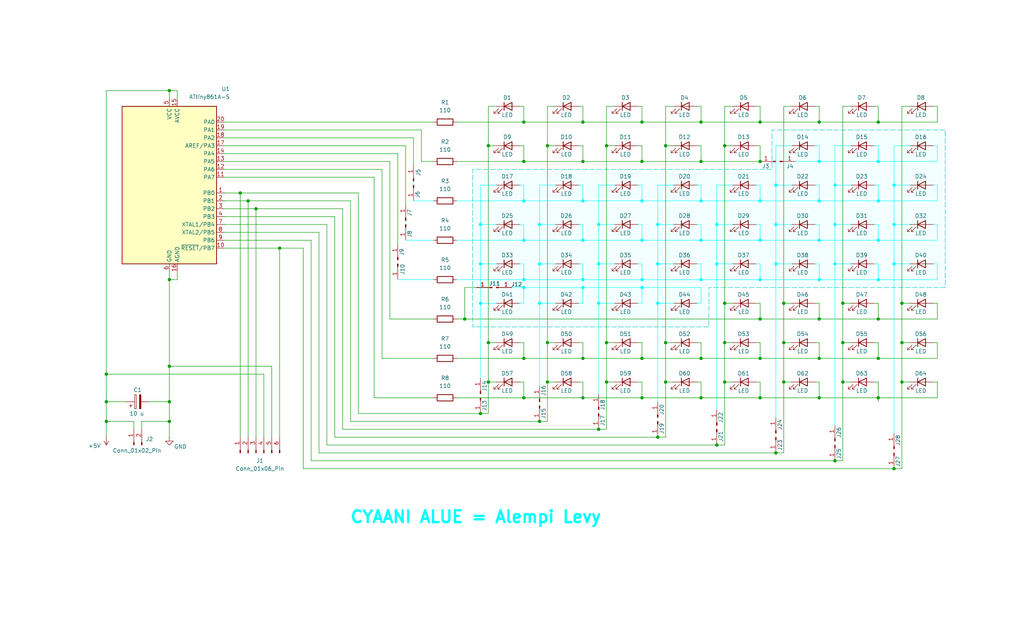
<source format=kicad_sch>
(kicad_sch (version 20250114) (generator "eeschema") (generator_version "9.0")
  (paper "User" 330.2 203.2)
  (title_block (title "Salama-64") (date "2026-02-12") (company "ELEKTRONIIKKAKERHO") (comment 1 "Jan Äärelä") (comment 2 "Possumerkistä 64 ledinen versio ja siitä sitten selkäsalamaksi"))
  (text "CYAANI ALUE = Alempi Levy" (at 153.416 166.878 0) (effects (font (size 3.81 3.81) (thickness 0.762) (bold yes))))
  (junction (at 187.96 128.27))
  (junction (at 290.83 97.79))
  (junction (at 269.24 59.69) (color 0 255 255 1))
  (junction (at 207.01 77.47) (color 0 255 255 1))
  (junction (at 207.01 52.07))
  (junction (at 193.04 72.39) (color 0 255 255 1))
  (junction (at 226.06 128.27))
  (junction (at 157.48 123.19))
  (junction (at 168.91 52.07))
  (junction (at 226.06 64.77) (color 0 255 255 1))
  (junction (at 82.55 67.31))
  (junction (at 212.09 72.39) (color 0 255 255 1))
  (junction (at 193.04 138.43))
  (junction (at 54.61 90.17))
  (junction (at 252.73 110.49))
  (junction (at 283.21 64.77) (color 0 255 255 1))
  (junction (at 264.16 77.47) (color 0 255 255 1))
  (junction (at 269.24 148.59))
  (junction (at 264.16 115.57))
  (junction (at 245.11 128.27))
  (junction (at 226.06 115.57))
  (junction (at 233.68 97.79))
  (junction (at 154.94 85.09) (color 0 255 255 1))
  (junction (at 271.78 97.79))
  (junction (at 264.16 90.17) (color 0 255 255 1))
  (junction (at 173.99 97.79) (color 0 255 255 1))
  (junction (at 250.19 146.05))
  (junction (at 187.96 39.37))
  (junction (at 283.21 128.27))
  (junction (at 212.09 85.09) (color 0 255 255 1))
  (junction (at 226.06 90.17) (color 0 255 255 1))
  (junction (at 264.16 39.37))
  (junction (at 187.96 64.77) (color 0 255 255 1))
  (junction (at 283.21 115.57))
  (junction (at 290.83 123.19))
  (junction (at 207.01 90.17) (color 0 255 255 1))
  (junction (at 231.14 85.09) (color 0 255 255 1))
  (junction (at 187.96 115.57))
  (junction (at 207.01 115.57))
  (junction (at 195.58 123.19))
  (junction (at 173.99 135.89))
  (junction (at 226.06 77.47) (color 0 255 255 1))
  (junction (at 214.63 110.49))
  (junction (at 34.29 135.89))
  (junction (at 283.21 90.17) (color 0 255 255 1))
  (junction (at 231.14 143.51))
  (junction (at 245.11 64.77) (color 0 255 255 1))
  (junction (at 195.58 46.99))
  (junction (at 168.91 64.77) (color 0 255 255 1))
  (junction (at 187.96 77.47) (color 0 255 255 1))
  (junction (at 264.16 128.27))
  (junction (at 168.91 39.37))
  (junction (at 283.21 39.37))
  (junction (at 214.63 46.99))
  (junction (at 34.29 129.54))
  (junction (at 245.11 52.07))
  (junction (at 193.04 97.79) (color 0 255 255 1))
  (junction (at 80.01 64.77))
  (junction (at 207.01 39.37))
  (junction (at 269.24 85.09) (color 0 255 255 1))
  (junction (at 288.29 72.39) (color 0 255 255 1))
  (junction (at 271.78 123.19))
  (junction (at 212.09 97.79) (color 0 255 255 1))
  (junction (at 154.94 97.79) (color 0 255 255 1))
  (junction (at 54.61 29.21))
  (junction (at 212.09 140.97))
  (junction (at 187.96 92.71) (color 0 255 255 1))
  (junction (at 264.16 102.87))
  (junction (at 245.11 77.47) (color 0 255 255 1))
  (junction (at 233.68 123.19))
  (junction (at 168.91 128.27))
  (junction (at 34.29 120.65))
  (junction (at 207.01 92.71) (color 0 255 255 1))
  (junction (at 245.11 39.37))
  (junction (at 173.99 72.39) (color 0 255 255 1))
  (junction (at 207.01 128.27))
  (junction (at 168.91 115.57))
  (junction (at 233.68 110.49))
  (junction (at 54.61 118.11))
  (junction (at 77.47 62.23))
  (junction (at 168.91 77.47) (color 0 255 255 1))
  (junction (at 250.19 72.39) (color 0 255 255 1))
  (junction (at 195.58 110.49))
  (junction (at 290.83 110.49))
  (junction (at 214.63 123.19))
  (junction (at 187.96 52.07))
  (junction (at 187.96 90.17) (color 0 255 255 1))
  (junction (at 269.24 72.39) (color 0 255 255 1))
  (junction (at 283.21 77.47) (color 0 255 255 1))
  (junction (at 157.48 46.99))
  (junction (at 54.61 129.54))
  (junction (at 168.91 90.17) (color 0 255 255 1))
  (junction (at 271.78 110.49))
  (junction (at 245.11 102.87))
  (junction (at 154.94 72.39) (color 0 255 255 1))
  (junction (at 207.01 64.77) (color 0 255 255 1))
  (junction (at 168.91 92.71) (color 0 255 255 1))
  (junction (at 193.04 85.09) (color 0 255 255 1))
  (junction (at 264.16 52.07) (color 0 255 255 1))
  (junction (at 252.73 123.19))
  (junction (at 245.11 115.57))
  (junction (at 154.94 133.35))
  (junction (at 176.53 110.49))
  (junction (at 288.29 59.69) (color 0 255 255 1))
  (junction (at 264.16 64.77) (color 0 255 255 1))
  (junction (at 173.99 85.09) (color 0 255 255 1))
  (junction (at 250.19 85.09) (color 0 255 255 1))
  (junction (at 283.21 52.07) (color 0 255 255 1))
  (junction (at 149.86 102.87))
  (junction (at 288.29 85.09) (color 0 255 255 1))
  (junction (at 157.48 110.49))
  (junction (at 231.14 72.39) (color 0 255 255 1))
  (junction (at 245.11 90.17) (color 0 255 255 1))
  (junction (at 283.21 102.87))
  (junction (at 54.61 135.89))
  (junction (at 252.73 97.79))
  (junction (at 226.06 39.37))
  (junction (at 288.29 151.13))
  (junction (at 233.68 46.99))
  (junction (at 250.19 59.69) (color 0 255 255 1))
  (junction (at 90.17 80.01))
  (junction (at 226.06 52.07))
  (junction (at 176.53 46.99))
  (junction (at 176.53 123.19))
  (wire (pts (xy 147.32 102.87) (xy 149.86 102.87)))
  (wire (pts (xy 157.48 110.49) (xy 160.02 110.49)))
  (wire (pts (xy 250.19 146.05) (xy 252.73 146.05)))
  (wire (pts (xy 97.79 151.13) (xy 288.29 151.13)))
  (wire (pts (xy 154.94 85.09) (xy 154.94 97.79)) (stroke (width 0) (color 0 255 255 1)))
  (wire (pts (xy 167.64 72.39) (xy 168.91 72.39)) (stroke (width 0) (color 0 255 255 1)))
  (wire (pts (xy 264.16 59.69) (xy 264.16 64.77)) (stroke (width 0) (color 0 255 255 1)))
  (wire (pts (xy 87.63 140.97) (xy 87.63 118.11)))
  (wire (pts (xy 269.24 46.99) (xy 274.32 46.99)) (stroke (width 0) (color 0 255 255 1)))
  (wire (pts (xy 264.16 34.29) (xy 264.16 39.37)))
  (wire (pts (xy 252.73 97.79) (xy 255.27 97.79)))
  (wire (pts (xy 187.96 52.07) (xy 187.96 46.99)))
  (wire (pts (xy 72.39 46.99) (xy 130.81 46.99)))
  (wire (pts (xy 207.01 72.39) (xy 207.01 77.47)) (stroke (width 0) (color 0 255 255 1)))
  (wire (pts (xy 245.11 72.39) (xy 245.11 77.47)) (stroke (width 0) (color 0 255 255 1)))
  (wire (pts (xy 193.04 59.69) (xy 198.12 59.69)) (stroke (width 0) (color 0 255 255 1)))
  (wire (pts (xy 231.14 59.69) (xy 236.22 59.69)) (stroke (width 0) (color 0 255 255 1)))
  (wire (pts (xy 226.06 52.07) (xy 207.01 52.07)))
  (wire (pts (xy 48.26 129.54) (xy 54.61 129.54)))
  (wire (pts (xy 231.14 72.39) (xy 231.14 85.09)) (stroke (width 0) (color 0 255 255 1)))
  (wire (pts (xy 72.39 41.91) (xy 135.89 41.91)))
  (wire (pts (xy 283.21 46.99) (xy 283.21 52.07)) (stroke (width 0) (color 0 255 255 1)))
  (wire (pts (xy 283.21 85.09) (xy 283.21 90.17)) (stroke (width 0) (color 0 255 255 1)))
  (wire (pts (xy 288.29 85.09) (xy 293.37 85.09)) (stroke (width 0) (color 0 255 255 1)))
  (wire (pts (xy 233.68 97.79) (xy 236.22 97.79)))
  (wire (pts (xy 283.21 102.87) (xy 302.26 102.87)))
  (wire (pts (xy 207.01 115.57) (xy 226.06 115.57)))
  (wire (pts (xy 54.61 87.63) (xy 54.61 90.17)))
  (wire (pts (xy 207.01 110.49) (xy 207.01 115.57)))
  (wire (pts (xy 187.96 64.77) (xy 187.96 59.69)) (stroke (width 0) (color 0 255 255 1)))
  (wire (pts (xy 226.06 110.49) (xy 226.06 115.57)))
  (wire (pts (xy 283.21 97.79) (xy 283.21 102.87)))
  (wire (pts (xy 167.64 123.19) (xy 168.91 123.19)))
  (wire (pts (xy 186.69 123.19) (xy 187.96 123.19)))
  (wire (pts (xy 82.55 67.31) (xy 110.49 67.31)))
  (wire (pts (xy 154.94 133.35) (xy 157.48 133.35)))
  (wire (pts (xy 212.09 72.39) (xy 212.09 85.09)) (stroke (width 0) (color 0 255 255 1)))
  (wire (pts (xy 154.94 97.79) (xy 160.02 97.79)) (stroke (width 0) (color 0 255 255 1)))
  (wire (pts (xy 245.11 123.19) (xy 245.11 128.27)))
  (wire (pts (xy 264.16 39.37) (xy 283.21 39.37)))
  (wire (pts (xy 262.89 46.99) (xy 264.16 46.99)) (stroke (width 0) (color 0 255 255 1)))
  (wire (pts (xy 207.01 77.47) (xy 226.06 77.47)) (stroke (width 0) (color 0 255 255 1)))
  (wire (pts (xy 168.91 85.09) (xy 168.91 90.17)) (stroke (width 0) (color 0 255 255 1)))
  (wire (pts (xy 264.16 72.39) (xy 264.16 77.47)) (stroke (width 0) (color 0 255 255 1)))
  (wire (pts (xy 193.04 85.09) (xy 198.12 85.09)) (stroke (width 0) (color 0 255 255 1)))
  (wire (pts (xy 271.78 148.59) (xy 271.78 123.19)))
  (wire (pts (xy 281.94 59.69) (xy 283.21 59.69)) (stroke (width 0) (color 0 255 255 1)))
  (wire (pts (xy 233.68 46.99) (xy 233.68 97.79)))
  (wire (pts (xy 264.16 115.57) (xy 283.21 115.57)))
  (wire (pts (xy 97.79 80.01) (xy 97.79 151.13)))
  (wire (pts (xy 269.24 85.09) (xy 269.24 137.16)) (stroke (width 0) (color 0 255 255 1)))
  (wire (pts (xy 283.21 110.49) (xy 283.21 115.57)))
  (wire (pts (xy 264.16 97.79) (xy 264.16 102.87)))
  (wire (pts (xy 125.73 102.87) (xy 139.7 102.87)))
  (wire (pts (xy 226.06 34.29) (xy 226.06 39.37)))
  (wire (pts (xy 214.63 140.97) (xy 214.63 123.19)))
  (wire (pts (xy 187.96 39.37) (xy 207.01 39.37)))
  (wire (pts (xy 107.95 140.97) (xy 212.09 140.97)))
  (wire (pts (xy 34.29 129.54) (xy 34.29 120.65)))
  (wire (pts (xy 168.91 46.99) (xy 168.91 52.07)))
  (wire (pts (xy 85.09 140.97) (xy 85.09 120.65)))
  (wire (pts (xy 243.84 97.79) (xy 245.11 97.79)))
  (wire (pts (xy 245.11 52.07) (xy 226.06 52.07)))
  (wire (pts (xy 207.01 39.37) (xy 226.06 39.37)))
  (wire (pts (xy 72.39 44.45) (xy 133.35 44.45)))
  (wire (pts (xy 212.09 97.79) (xy 212.09 129.54)) (stroke (width 0) (color 0 255 255 1)))
  (wire (pts (xy 233.68 34.29) (xy 233.68 46.99)))
  (wire (pts (xy 187.96 115.57) (xy 187.96 110.49)))
  (wire (pts (xy 245.11 64.77) (xy 264.16 64.77)) (stroke (width 0) (color 0 255 255 1)))
  (wire (pts (xy 250.19 46.99) (xy 250.19 59.69)) (stroke (width 0) (color 0 255 255 1)))
  (wire (pts (xy 290.83 123.19) (xy 293.37 123.19)))
  (wire (pts (xy 288.29 46.99) (xy 288.29 59.69)) (stroke (width 0) (color 0 255 255 1)))
  (wire (pts (xy 207.01 92.71) (xy 226.06 92.71)) (stroke (width 0) (color 0 255 255 1)))
  (wire (pts (xy 167.64 97.79) (xy 168.91 97.79)) (stroke (width 0) (color 0 255 255 1)))
  (wire (pts (xy 54.61 118.11) (xy 87.63 118.11)))
  (wire (pts (xy 173.99 97.79) (xy 173.99 124.46)) (stroke (width 0) (color 0 255 255 1)))
  (wire (pts (xy 168.91 72.39) (xy 168.91 77.47)) (stroke (width 0) (color 0 255 255 1)))
  (wire (pts (xy 245.11 85.09) (xy 245.11 90.17)) (stroke (width 0) (color 0 255 255 1)))
  (wire (pts (xy 264.16 46.99) (xy 264.16 52.07)) (stroke (width 0) (color 0 255 255 1)))
  (wire (pts (xy 135.89 52.07) (xy 139.7 52.07)))
  (wire (pts (xy 187.96 46.99) (xy 186.69 46.99)))
  (wire (pts (xy 187.96 77.47) (xy 207.01 77.47)) (stroke (width 0) (color 0 255 255 1)))
  (wire (pts (xy 207.01 59.69) (xy 207.01 64.77)) (stroke (width 0) (color 0 255 255 1)))
  (wire (pts (xy 243.84 123.19) (xy 245.11 123.19)))
  (wire (pts (xy 271.78 97.79) (xy 271.78 110.49)))
  (wire (pts (xy 90.17 80.01) (xy 90.17 140.97)))
  (wire (pts (xy 245.11 46.99) (xy 245.11 52.07)))
  (wire (pts (xy 176.53 135.89) (xy 176.53 123.19)))
  (wire (pts (xy 269.24 72.39) (xy 269.24 85.09)) (stroke (width 0) (color 0 255 255 1)))
  (wire (pts (xy 231.14 85.09) (xy 236.22 85.09)) (stroke (width 0) (color 0 255 255 1)))
  (wire (pts (xy 72.39 57.15) (xy 120.65 57.15)))
  (wire (pts (xy 262.89 85.09) (xy 264.16 85.09)) (stroke (width 0) (color 0 255 255 1)))
  (wire (pts (xy 226.06 123.19) (xy 226.06 128.27)))
  (wire (pts (xy 302.26 110.49) (xy 302.26 115.57)))
  (wire (pts (xy 168.91 64.77) (xy 187.96 64.77)) (stroke (width 0) (color 0 255 255 1)))
  (wire (pts (xy 300.99 59.69) (xy 302.26 59.69)) (stroke (width 0) (color 0 255 255 1)))
  (wire (pts (xy 123.19 54.61) (xy 123.19 115.57)))
  (wire (pts (xy 168.91 90.17) (xy 187.96 90.17)) (stroke (width 0) (color 0 255 255 1)))
  (wire (pts (xy 269.24 59.69) (xy 274.32 59.69)) (stroke (width 0) (color 0 255 255 1)))
  (wire (pts (xy 264.16 90.17) (xy 283.21 90.17)) (stroke (width 0) (color 0 255 255 1)))
  (wire (pts (xy 193.04 97.79) (xy 193.04 127)) (stroke (width 0) (color 0 255 255 1)))
  (wire (pts (xy 110.49 67.31) (xy 110.49 138.43)))
  (wire (pts (xy 243.84 85.09) (xy 245.11 85.09)) (stroke (width 0) (color 0 255 255 1)))
  (wire (pts (xy 281.94 123.19) (xy 283.21 123.19)))
  (wire (pts (xy 226.06 97.79) (xy 226.06 92.71)) (stroke (width 0) (color 0 255 255 1)))
  (wire (pts (xy 233.68 123.19) (xy 236.22 123.19)))
  (wire (pts (xy 193.04 138.43) (xy 195.58 138.43)))
  (wire (pts (xy 54.61 29.21) (xy 54.61 31.75)))
  (wire (pts (xy 72.39 77.47) (xy 100.33 77.47)))
  (wire (pts (xy 283.21 52.07) (xy 302.26 52.07)) (stroke (width 0) (color 0 255 255 1)))
  (wire (pts (xy 176.53 46.99) (xy 176.53 110.49)))
  (wire (pts (xy 243.84 110.49) (xy 245.11 110.49)))
  (wire (pts (xy 167.64 46.99) (xy 168.91 46.99)))
  (wire (pts (xy 72.39 80.01) (xy 90.17 80.01)))
  (wire (pts (xy 283.21 34.29) (xy 283.21 39.37)))
  (wire (pts (xy 186.69 97.79) (xy 187.96 97.79)) (stroke (width 0) (color 0 255 255 1)))
  (wire (pts (xy 198.12 34.29) (xy 195.58 34.29)))
  (wire (pts (xy 90.17 80.01) (xy 97.79 80.01)))
  (wire (pts (xy 264.16 110.49) (xy 264.16 115.57)))
  (wire (pts (xy 214.63 46.99) (xy 214.63 110.49)))
  (wire (pts (xy 269.24 148.59) (xy 271.78 148.59)))
  (wire (pts (xy 264.16 64.77) (xy 283.21 64.77)) (stroke (width 0) (color 0 255 255 1)))
  (wire (pts (xy 252.73 110.49) (xy 252.73 123.19)))
  (wire (pts (xy 100.33 148.59) (xy 269.24 148.59)))
  (wire (pts (xy 205.74 123.19) (xy 207.01 123.19)))
  (wire (pts (xy 288.29 59.69) (xy 288.29 72.39)) (stroke (width 0) (color 0 255 255 1)))
  (wire (pts (xy 157.48 123.19) (xy 157.48 110.49)))
  (wire (pts (xy 290.83 34.29) (xy 290.83 97.79)))
  (wire (pts (xy 168.91 128.27) (xy 187.96 128.27)))
  (wire (pts (xy 243.84 59.69) (xy 245.11 59.69)) (stroke (width 0) (color 0 255 255 1)))
  (wire (pts (xy 245.11 90.17) (xy 264.16 90.17)) (stroke (width 0) (color 0 255 255 1)))
  (wire (pts (xy 214.63 110.49) (xy 214.63 123.19)))
  (wire (pts (xy 187.96 128.27) (xy 207.01 128.27)))
  (wire (pts (xy 283.21 90.17) (xy 302.26 90.17)) (stroke (width 0) (color 0 255 255 1)))
  (wire (pts (xy 147.32 52.07) (xy 168.91 52.07)))
  (wire (pts (xy 34.29 120.65) (xy 85.09 120.65)))
  (wire (pts (xy 193.04 72.39) (xy 193.04 85.09)) (stroke (width 0) (color 0 255 255 1)))
  (wire (pts (xy 80.01 64.77) (xy 113.03 64.77)))
  (wire (pts (xy 193.04 85.09) (xy 193.04 97.79)) (stroke (width 0) (color 0 255 255 1)))
  (wire (pts (xy 168.91 92.71) (xy 168.91 97.79)) (stroke (width 0) (color 0 255 255 1)))
  (wire (pts (xy 186.69 59.69) (xy 187.96 59.69)) (stroke (width 0) (color 0 255 255 1)))
  (wire (pts (xy 34.29 135.89) (xy 34.29 140.97)))
  (wire (pts (xy 271.78 110.49) (xy 271.78 123.19)))
  (wire (pts (xy 187.96 115.57) (xy 207.01 115.57)))
  (wire (pts (xy 302.26 72.39) (xy 302.26 77.47)) (stroke (width 0) (color 0 255 255 1)))
  (wire (pts (xy 157.48 46.99) (xy 160.02 46.99)))
  (wire (pts (xy 262.89 59.69) (xy 264.16 59.69)) (stroke (width 0) (color 0 255 255 1)))
  (wire (pts (xy 167.64 110.49) (xy 168.91 110.49)))
  (wire (pts (xy 302.26 59.69) (xy 302.26 64.77)) (stroke (width 0) (color 0 255 255 1)))
  (wire (pts (xy 250.19 72.39) (xy 255.27 72.39)) (stroke (width 0) (color 0 255 255 1)))
  (wire (pts (xy 133.35 64.77) (xy 139.7 64.77)) (stroke (width 0) (color 0 255 255 1)))
  (wire (pts (xy 125.73 52.07) (xy 125.73 102.87)))
  (wire (pts (xy 293.37 34.29) (xy 290.83 34.29)))
  (wire (pts (xy 173.99 97.79) (xy 179.07 97.79)) (stroke (width 0) (color 0 255 255 1)))
  (wire (pts (xy 113.03 64.77) (xy 113.03 135.89)))
  (wire (pts (xy 187.96 77.47) (xy 187.96 72.39)) (stroke (width 0) (color 0 255 255 1)))
  (wire (pts (xy 120.65 128.27) (xy 139.7 128.27)))
  (wire (pts (xy 245.11 39.37) (xy 264.16 39.37)))
  (wire (pts (xy 226.06 72.39) (xy 226.06 77.47)) (stroke (width 0) (color 0 255 255 1)))
  (wire (pts (xy 262.89 72.39) (xy 264.16 72.39)) (stroke (width 0) (color 0 255 255 1)))
  (wire (pts (xy 283.21 115.57) (xy 302.26 115.57)))
  (wire (pts (xy 168.91 123.19) (xy 168.91 128.27)))
  (wire (pts (xy 262.89 110.49) (xy 264.16 110.49)))
  (wire (pts (xy 302.26 97.79) (xy 302.26 102.87)))
  (wire (pts (xy 72.39 49.53) (xy 128.27 49.53)))
  (wire (pts (xy 130.81 77.47) (xy 139.7 77.47)) (stroke (width 0) (color 0 255 255 1)))
  (wire (pts (xy 283.21 77.47) (xy 302.26 77.47)) (stroke (width 0) (color 0 255 255 1)))
  (wire (pts (xy 214.63 123.19) (xy 217.17 123.19)))
  (wire (pts (xy 205.74 72.39) (xy 207.01 72.39)) (stroke (width 0) (color 0 255 255 1)))
  (wire (pts (xy 149.86 102.87) (xy 245.11 102.87)))
  (wire (pts (xy 176.53 110.49) (xy 179.07 110.49)))
  (wire (pts (xy 176.53 123.19) (xy 179.07 123.19)))
  (wire (pts (xy 288.29 72.39) (xy 288.29 85.09)) (stroke (width 0) (color 0 255 255 1)))
  (wire (pts (xy 274.32 123.19) (xy 271.78 123.19)))
  (wire (pts (xy 281.94 85.09) (xy 283.21 85.09)) (stroke (width 0) (color 0 255 255 1)))
  (wire (pts (xy 187.96 52.07) (xy 207.01 52.07)))
  (wire (pts (xy 72.39 67.31) (xy 82.55 67.31)))
  (wire (pts (xy 34.29 135.89) (xy 43.18 135.89)))
  (wire (pts (xy 205.74 34.29) (xy 207.01 34.29)))
  (wire (pts (xy 173.99 135.89) (xy 176.53 135.89)))
  (wire (pts (xy 77.47 62.23) (xy 115.57 62.23)))
  (wire (pts (xy 214.63 34.29) (xy 214.63 46.99)))
  (wire (pts (xy 288.29 151.13) (xy 290.83 151.13)))
  (wire (pts (xy 195.58 110.49) (xy 195.58 123.19)))
  (wire (pts (xy 147.32 115.57) (xy 168.91 115.57)))
  (wire (pts (xy 149.86 92.71) (xy 149.86 102.87)))
  (wire (pts (xy 281.94 97.79) (xy 283.21 97.79)))
  (wire (pts (xy 300.99 123.19) (xy 302.26 123.19)))
  (wire (pts (xy 250.19 46.99) (xy 255.27 46.99)) (stroke (width 0) (color 0 255 255 1)))
  (wire (pts (xy 250.19 85.09) (xy 250.19 134.62)) (stroke (width 0) (color 0 255 255 1)))
  (wire (pts (xy 302.26 123.19) (xy 302.26 128.27)))
  (wire (pts (xy 245.11 77.47) (xy 264.16 77.47)) (stroke (width 0) (color 0 255 255 1)))
  (wire (pts (xy 34.29 129.54) (xy 40.64 129.54)))
  (wire (pts (xy 82.55 67.31) (xy 82.55 140.97)))
  (wire (pts (xy 54.61 129.54) (xy 54.61 135.89)))
  (wire (pts (xy 245.11 34.29) (xy 245.11 39.37)))
  (wire (pts (xy 255.27 34.29) (xy 252.73 34.29)))
  (wire (pts (xy 168.91 59.69) (xy 168.91 64.77)) (stroke (width 0) (color 0 255 255 1)))
  (wire (pts (xy 176.53 110.49) (xy 176.53 123.19)))
  (wire (pts (xy 224.79 59.69) (xy 226.06 59.69)) (stroke (width 0) (color 0 255 255 1)))
  (wire (pts (xy 224.79 46.99) (xy 226.06 46.99)))
  (wire (pts (xy 205.74 85.09) (xy 207.01 85.09)) (stroke (width 0) (color 0 255 255 1)))
  (wire (pts (xy 105.41 143.51) (xy 231.14 143.51)))
  (wire (pts (xy 226.06 115.57) (xy 245.11 115.57)))
  (wire (pts (xy 250.19 72.39) (xy 250.19 85.09)) (stroke (width 0) (color 0 255 255 1)))
  (wire (pts (xy 269.24 72.39) (xy 274.32 72.39)) (stroke (width 0) (color 0 255 255 1)))
  (wire (pts (xy 130.81 46.99) (xy 130.81 66.04)))
  (wire (pts (xy 302.26 64.77) (xy 283.21 64.77)) (stroke (width 0) (color 0 255 255 1)))
  (wire (pts (xy 205.74 59.69) (xy 207.01 59.69)) (stroke (width 0) (color 0 255 255 1)))
  (wire (pts (xy 231.14 72.39) (xy 236.22 72.39)) (stroke (width 0) (color 0 255 255 1)))
  (wire (pts (xy 245.11 110.49) (xy 245.11 115.57)))
  (wire (pts (xy 195.58 138.43) (xy 195.58 123.19)))
  (wire (pts (xy 300.99 97.79) (xy 302.26 97.79)))
  (wire (pts (xy 168.91 110.49) (xy 168.91 115.57)))
  (wire (pts (xy 107.95 69.85) (xy 107.95 140.97)))
  (wire (pts (xy 115.57 62.23) (xy 115.57 133.35)))
  (wire (pts (xy 262.89 34.29) (xy 264.16 34.29)))
  (wire (pts (xy 245.11 59.69) (xy 245.11 64.77)) (stroke (width 0) (color 0 255 255 1)))
  (wire (pts (xy 195.58 110.49) (xy 198.12 110.49)))
  (wire (pts (xy 115.57 133.35) (xy 154.94 133.35)))
  (wire (pts (xy 281.94 110.49) (xy 283.21 110.49)))
  (wire (pts (xy 226.06 64.77) (xy 245.11 64.77)) (stroke (width 0) (color 0 255 255 1)))
  (wire (pts (xy 252.73 123.19) (xy 255.27 123.19)))
  (wire (pts (xy 147.32 128.27) (xy 168.91 128.27)))
  (wire (pts (xy 212.09 59.69) (xy 217.17 59.69)) (stroke (width 0) (color 0 255 255 1)))
  (wire (pts (xy 186.69 85.09) (xy 187.96 85.09)) (stroke (width 0) (color 0 255 255 1)))
  (wire (pts (xy 186.69 72.39) (xy 187.96 72.39)) (stroke (width 0) (color 0 255 255 1)))
  (wire (pts (xy 154.94 72.39) (xy 160.02 72.39)) (stroke (width 0) (color 0 255 255 1)))
  (wire (pts (xy 217.17 34.29) (xy 214.63 34.29)))
  (wire (pts (xy 281.94 34.29) (xy 283.21 34.29)))
  (wire (pts (xy 212.09 59.69) (xy 212.09 72.39)) (stroke (width 0) (color 0 255 255 1)))
  (wire (pts (xy 193.04 59.69) (xy 193.04 72.39)) (stroke (width 0) (color 0 255 255 1)))
  (wire (pts (xy 100.33 77.47) (xy 100.33 148.59)))
  (wire (pts (xy 281.94 72.39) (xy 283.21 72.39)) (stroke (width 0) (color 0 255 255 1)))
  (wire (pts (xy 283.21 72.39) (xy 283.21 77.47)) (stroke (width 0) (color 0 255 255 1)))
  (wire (pts (xy 233.68 110.49) (xy 233.68 123.19)))
  (wire (pts (xy 77.47 62.23) (xy 77.47 140.97)))
  (wire (pts (xy 262.89 123.19) (xy 264.16 123.19)))
  (wire (pts (xy 54.61 118.11) (xy 54.61 129.54)))
  (wire (pts (xy 252.73 110.49) (xy 255.27 110.49)))
  (wire (pts (xy 290.83 97.79) (xy 293.37 97.79)))
  (wire (pts (xy 154.94 85.09) (xy 160.02 85.09)) (stroke (width 0) (color 0 255 255 1)))
  (wire (pts (xy 80.01 64.77) (xy 80.01 140.97)))
  (wire (pts (xy 271.78 34.29) (xy 271.78 97.79)))
  (wire (pts (xy 207.01 85.09) (xy 207.01 90.17)) (stroke (width 0) (color 0 255 255 1)))
  (wire (pts (xy 233.68 123.19) (xy 233.68 143.51)))
  (wire (pts (xy 43.18 135.89) (xy 43.18 138.43)))
  (wire (pts (xy 243.84 46.99) (xy 245.11 46.99)))
  (wire (pts (xy 207.01 34.29) (xy 207.01 39.37)))
  (wire (pts (xy 186.69 110.49) (xy 187.96 110.49)))
  (wire (pts (xy 207.01 123.19) (xy 207.01 128.27)))
  (wire (pts (xy 168.91 34.29) (xy 168.91 39.37)))
  (wire (pts (xy 72.39 62.23) (xy 77.47 62.23)))
  (wire (pts (xy 102.87 74.93) (xy 102.87 146.05)))
  (wire (pts (xy 264.16 52.07) (xy 283.21 52.07)) (stroke (width 0) (color 0 255 255 1)))
  (wire (pts (xy 57.15 87.63) (xy 57.15 90.17)))
  (wire (pts (xy 302.26 46.99) (xy 302.26 52.07)) (stroke (width 0) (color 0 255 255 1)))
  (wire (pts (xy 154.94 97.79) (xy 154.94 121.92)) (stroke (width 0) (color 0 255 255 1)))
  (wire (pts (xy 224.79 123.19) (xy 226.06 123.19)))
  (wire (pts (xy 226.06 128.27) (xy 245.11 128.27)))
  (wire (pts (xy 205.74 97.79) (xy 207.01 97.79)) (stroke (width 0) (color 0 255 255 1)))
  (wire (pts (xy 283.21 39.37) (xy 302.26 39.37)))
  (wire (pts (xy 283.21 128.27) (xy 283.21 129.54)))
  (wire (pts (xy 214.63 110.49) (xy 217.17 110.49)))
  (wire (pts (xy 34.29 29.21) (xy 54.61 29.21)))
  (wire (pts (xy 212.09 140.97) (xy 214.63 140.97)))
  (wire (pts (xy 236.22 34.29) (xy 233.68 34.29)))
  (wire (pts (xy 168.91 52.07) (xy 187.96 52.07)))
  (wire (pts (xy 128.27 90.17) (xy 139.7 90.17)) (stroke (width 0) (color 0 255 255 1)))
  (wire (pts (xy 167.64 34.29) (xy 168.91 34.29)))
  (wire (pts (xy 283.21 123.19) (xy 283.21 128.27)))
  (wire (pts (xy 154.94 59.69) (xy 160.02 59.69)) (stroke (width 0) (color 0 255 255 1)))
  (wire (pts (xy 173.99 85.09) (xy 179.07 85.09)) (stroke (width 0) (color 0 255 255 1)))
  (wire (pts (xy 231.14 85.09) (xy 231.14 132.08)) (stroke (width 0) (color 0 255 255 1)))
  (wire (pts (xy 157.48 133.35) (xy 157.48 123.19)))
  (wire (pts (xy 168.91 92.71) (xy 187.96 92.71)) (stroke (width 0) (color 0 255 255 1)))
  (wire (pts (xy 195.58 34.29) (xy 195.58 46.99)))
  (wire (pts (xy 128.27 49.53) (xy 128.27 78.74)))
  (wire (pts (xy 34.29 120.65) (xy 34.29 29.21)))
  (wire (pts (xy 207.01 92.71) (xy 207.01 97.79)) (stroke (width 0) (color 0 255 255 1)))
  (wire (pts (xy 57.15 29.21) (xy 57.15 31.75)))
  (wire (pts (xy 173.99 59.69) (xy 173.99 72.39)) (stroke (width 0) (color 0 255 255 1)))
  (wire (pts (xy 274.32 34.29) (xy 271.78 34.29)))
  (wire (pts (xy 271.78 97.79) (xy 274.32 97.79)))
  (wire (pts (xy 224.79 34.29) (xy 226.06 34.29)))
  (wire (pts (xy 250.19 59.69) (xy 255.27 59.69)) (stroke (width 0) (color 0 255 255 1)))
  (wire (pts (xy 105.41 72.39) (xy 105.41 143.51)))
  (wire (pts (xy 269.24 59.69) (xy 269.24 72.39)) (stroke (width 0) (color 0 255 255 1)))
  (wire (pts (xy 224.79 72.39) (xy 226.06 72.39)) (stroke (width 0) (color 0 255 255 1)))
  (wire (pts (xy 54.61 90.17) (xy 57.15 90.17)))
  (wire (pts (xy 179.07 34.29) (xy 176.53 34.29)))
  (wire (pts (xy 186.69 34.29) (xy 187.96 34.29)))
  (wire (pts (xy 149.86 92.71) (xy 153.67 92.71)))
  (wire (pts (xy 54.61 135.89) (xy 54.61 140.97)))
  (wire (pts (xy 195.58 123.19) (xy 198.12 123.19)))
  (wire (pts (xy 212.09 85.09) (xy 212.09 97.79)) (stroke (width 0) (color 0 255 255 1)))
  (wire (pts (xy 187.96 97.79) (xy 187.96 92.71)) (stroke (width 0) (color 0 255 255 1)))
  (wire (pts (xy 256.54 52.07) (xy 264.16 52.07)) (stroke (width 0) (color 0 255 255 1)))
  (wire (pts (xy 243.84 34.29) (xy 245.11 34.29)))
  (wire (pts (xy 288.29 72.39) (xy 293.37 72.39)) (stroke (width 0) (color 0 255 255 1)))
  (wire (pts (xy 252.73 97.79) (xy 252.73 110.49)))
  (wire (pts (xy 233.68 97.79) (xy 233.68 110.49)))
  (wire (pts (xy 45.72 135.89) (xy 45.72 138.43)))
  (wire (pts (xy 147.32 64.77) (xy 168.91 64.77)) (stroke (width 0) (color 0 255 255 1)))
  (wire (pts (xy 288.29 85.09) (xy 288.29 139.7)) (stroke (width 0) (color 0 255 255 1)))
  (wire (pts (xy 252.73 146.05) (xy 252.73 123.19)))
  (wire (pts (xy 72.39 74.93) (xy 102.87 74.93)))
  (wire (pts (xy 264.16 123.19) (xy 264.16 128.27)))
  (wire (pts (xy 54.61 29.21) (xy 57.15 29.21)))
  (wire (pts (xy 226.06 90.17) (xy 245.11 90.17)) (stroke (width 0) (color 0 255 255 1)))
  (wire (pts (xy 207.01 90.17) (xy 226.06 90.17)) (stroke (width 0) (color 0 255 255 1)))
  (wire (pts (xy 252.73 34.29) (xy 252.73 97.79)))
  (wire (pts (xy 154.94 59.69) (xy 154.94 72.39)) (stroke (width 0) (color 0 255 255 1)))
  (wire (pts (xy 160.02 123.19) (xy 157.48 123.19)))
  (wire (pts (xy 212.09 85.09) (xy 217.17 85.09)) (stroke (width 0) (color 0 255 255 1)))
  (wire (pts (xy 193.04 72.39) (xy 198.12 72.39)) (stroke (width 0) (color 0 255 255 1)))
  (wire (pts (xy 264.16 102.87) (xy 283.21 102.87)))
  (wire (pts (xy 250.19 59.69) (xy 250.19 72.39)) (stroke (width 0) (color 0 255 255 1)))
  (wire (pts (xy 205.74 110.49) (xy 207.01 110.49)))
  (wire (pts (xy 226.06 85.09) (xy 226.06 90.17)) (stroke (width 0) (color 0 255 255 1)))
  (wire (pts (xy 187.96 90.17) (xy 207.01 90.17)) (stroke (width 0) (color 0 255 255 1)))
  (wire (pts (xy 226.06 46.99) (xy 226.06 52.07)))
  (wire (pts (xy 45.72 135.89) (xy 54.61 135.89)))
  (wire (pts (xy 264.16 85.09) (xy 264.16 90.17)) (stroke (width 0) (color 0 255 255 1)))
  (wire (pts (xy 193.04 97.79) (xy 198.12 97.79)) (stroke (width 0) (color 0 255 255 1)))
  (wire (pts (xy 243.84 72.39) (xy 245.11 72.39)) (stroke (width 0) (color 0 255 255 1)))
  (wire (pts (xy 54.61 118.11) (xy 54.61 90.17)))
  (wire (pts (xy 120.65 57.15) (xy 120.65 128.27)))
  (wire (pts (xy 147.32 90.17) (xy 168.91 90.17)) (stroke (width 0) (color 0 255 255 1)))
  (wire (pts (xy 187.96 128.27) (xy 187.96 123.19)))
  (wire (pts (xy 212.09 72.39) (xy 217.17 72.39)) (stroke (width 0) (color 0 255 255 1)))
  (wire (pts (xy 173.99 59.69) (xy 179.07 59.69)) (stroke (width 0) (color 0 255 255 1)))
  (wire (pts (xy 123.19 115.57) (xy 139.7 115.57)))
  (wire (pts (xy 300.99 110.49) (xy 302.26 110.49)))
  (wire (pts (xy 214.63 46.99) (xy 217.17 46.99)))
  (wire (pts (xy 302.26 85.09) (xy 302.26 90.17)) (stroke (width 0) (color 0 255 255 1)))
  (wire (pts (xy 212.09 97.79) (xy 217.17 97.79)) (stroke (width 0) (color 0 255 255 1)))
  (wire (pts (xy 168.91 77.47) (xy 187.96 77.47)) (stroke (width 0) (color 0 255 255 1)))
  (wire (pts (xy 207.01 128.27) (xy 226.06 128.27)))
  (wire (pts (xy 34.29 129.54) (xy 34.29 135.89)))
  (wire (pts (xy 207.01 64.77) (xy 226.06 64.77)) (stroke (width 0) (color 0 255 255 1)))
  (wire (pts (xy 157.48 34.29) (xy 160.02 34.29)))
  (wire (pts (xy 72.39 54.61) (xy 123.19 54.61)))
  (wire (pts (xy 173.99 72.39) (xy 173.99 85.09)) (stroke (width 0) (color 0 255 255 1)))
  (wire (pts (xy 173.99 85.09) (xy 173.99 97.79)) (stroke (width 0) (color 0 255 255 1)))
  (wire (pts (xy 288.29 59.69) (xy 293.37 59.69)) (stroke (width 0) (color 0 255 255 1)))
  (wire (pts (xy 72.39 69.85) (xy 107.95 69.85)))
  (wire (pts (xy 283.21 128.27) (xy 302.26 128.27)))
  (wire (pts (xy 167.64 59.69) (xy 168.91 59.69)) (stroke (width 0) (color 0 255 255 1)))
  (wire (pts (xy 113.03 135.89) (xy 173.99 135.89)))
  (wire (pts (xy 264.16 77.47) (xy 283.21 77.47)) (stroke (width 0) (color 0 255 255 1)))
  (wire (pts (xy 290.83 97.79) (xy 290.83 110.49)))
  (wire (pts (xy 231.14 59.69) (xy 231.14 72.39)) (stroke (width 0) (color 0 255 255 1)))
  (wire (pts (xy 195.58 46.99) (xy 195.58 110.49)))
  (wire (pts (xy 274.32 110.49) (xy 271.78 110.49)))
  (wire (pts (xy 300.99 34.29) (xy 302.26 34.29)))
  (wire (pts (xy 205.74 46.99) (xy 207.01 46.99)))
  (wire (pts (xy 110.49 138.43) (xy 193.04 138.43)))
  (wire (pts (xy 269.24 46.99) (xy 269.24 59.69)) (stroke (width 0) (color 0 255 255 1)))
  (wire (pts (xy 176.53 46.99) (xy 179.07 46.99)))
  (wire (pts (xy 72.39 39.37) (xy 139.7 39.37)))
  (wire (pts (xy 173.99 72.39) (xy 179.07 72.39)) (stroke (width 0) (color 0 255 255 1)))
  (wire (pts (xy 302.26 39.37) (xy 302.26 34.29)))
  (wire (pts (xy 147.32 77.47) (xy 168.91 77.47)) (stroke (width 0) (color 0 255 255 1)))
  (wire (pts (xy 245.11 115.57) (xy 264.16 115.57)))
  (wire (pts (xy 187.96 92.71) (xy 207.01 92.71)) (stroke (width 0) (color 0 255 255 1)))
  (wire (pts (xy 269.24 85.09) (xy 274.32 85.09)) (stroke (width 0) (color 0 255 255 1)))
  (wire (pts (xy 226.06 59.69) (xy 226.06 64.77)) (stroke (width 0) (color 0 255 255 1)))
  (wire (pts (xy 290.83 151.13) (xy 290.83 123.19)))
  (wire (pts (xy 72.39 52.07) (xy 125.73 52.07)))
  (wire (pts (xy 226.06 77.47) (xy 245.11 77.47)) (stroke (width 0) (color 0 255 255 1)))
  (wire (pts (xy 290.83 110.49) (xy 293.37 110.49)))
  (wire (pts (xy 281.94 46.99) (xy 283.21 46.99)) (stroke (width 0) (color 0 255 255 1)))
  (wire (pts (xy 300.99 85.09) (xy 302.26 85.09)) (stroke (width 0) (color 0 255 255 1)))
  (wire (pts (xy 72.39 64.77) (xy 80.01 64.77)))
  (wire (pts (xy 233.68 46.99) (xy 236.22 46.99)))
  (wire (pts (xy 72.39 72.39) (xy 105.41 72.39)))
  (wire (pts (xy 245.11 128.27) (xy 264.16 128.27)))
  (wire (pts (xy 224.79 110.49) (xy 226.06 110.49)))
  (wire (pts (xy 245.11 97.79) (xy 245.11 102.87)))
  (wire (pts (xy 102.87 146.05) (xy 250.19 146.05)))
  (wire (pts (xy 195.58 46.99) (xy 198.12 46.99)))
  (wire (pts (xy 176.53 34.29) (xy 176.53 46.99)))
  (wire (pts (xy 135.89 41.91) (xy 135.89 52.07)))
  (wire (pts (xy 187.96 34.29) (xy 187.96 39.37)))
  (wire (pts (xy 250.19 85.09) (xy 255.27 85.09)) (stroke (width 0) (color 0 255 255 1)))
  (wire (pts (xy 226.06 39.37) (xy 245.11 39.37)))
  (wire (pts (xy 231.14 143.51) (xy 233.68 143.51)))
  (wire (pts (xy 187.96 90.17) (xy 187.96 85.09)) (stroke (width 0) (color 0 255 255 1)))
  (wire (pts (xy 168.91 115.57) (xy 187.96 115.57)))
  (wire (pts (xy 233.68 110.49) (xy 236.22 110.49)))
  (wire (pts (xy 168.91 39.37) (xy 187.96 39.37)))
  (wire (pts (xy 157.48 46.99) (xy 157.48 34.29)))
  (wire (pts (xy 154.94 72.39) (xy 154.94 85.09)) (stroke (width 0) (color 0 255 255 1)))
  (wire (pts (xy 157.48 46.99) (xy 157.48 110.49)))
  (wire (pts (xy 165.1 92.71) (xy 168.91 92.71)) (stroke (width 0) (color 0 255 255 1)))
  (wire (pts (xy 264.16 128.27) (xy 283.21 128.27)))
  (wire (pts (xy 300.99 72.39) (xy 302.26 72.39)) (stroke (width 0) (color 0 255 255 1)))
  (wire (pts (xy 300.99 46.99) (xy 302.26 46.99)) (stroke (width 0) (color 0 255 255 1)))
  (wire (pts (xy 290.83 110.49) (xy 290.83 123.19)))
  (wire (pts (xy 167.64 85.09) (xy 168.91 85.09)) (stroke (width 0) (color 0 255 255 1)))
  (wire (pts (xy 283.21 59.69) (xy 283.21 64.77)) (stroke (width 0) (color 0 255 255 1)))
  (wire (pts (xy 133.35 44.45) (xy 133.35 53.34)))
  (wire (pts (xy 147.32 39.37) (xy 168.91 39.37)))
  (wire (pts (xy 262.89 97.79) (xy 264.16 97.79)))
  (wire (pts (xy 288.29 46.99) (xy 293.37 46.99)) (stroke (width 0) (color 0 255 255 1)))
  (wire (pts (xy 226.06 97.79) (xy 224.79 97.79)) (stroke (width 0) (color 0 255 255 1)))
  (wire (pts (xy 224.79 85.09) (xy 226.06 85.09)) (stroke (width 0) (color 0 255 255 1)))
  (wire (pts (xy 187.96 64.77) (xy 207.01 64.77)) (stroke (width 0) (color 0 255 255 1)))
  (wire (pts (xy 245.11 102.87) (xy 264.16 102.87)))
  (wire (pts (xy 207.01 46.99) (xy 207.01 52.07)))
  (rule_area (polyline (pts (xy 304.8 41.91) (xy 248.92 41.91) (xy 248.92 43.18) (xy 248.92 54.61) (xy 152.4 54.61) (xy 152.4 59.69) (xy 152.4 105.41) (xy 228.6 105.41) (xy 228.6 93.98) (xy 228.6 92.71) (xy 304.8 92.71)) (stroke (width 0) (type dash) (color 0 194 194 1)) (fill (type color) (color 0 255 255 0.05))))
  (symbol (lib_id "Device:LED") (at 240.03 72.39 0) (unit 1)
    (property "Reference" "D29" (at 239.776 69.596 0))
    (property "Value" "LED" (at 239.776 75.184 0))
    (property "Footprint" "LED_THT:LED_D5.0mm" (effects (hide yes)))
    (property "Description" "Light emitting diode" (effects (hide yes)))
    (property "Sim.Pins" "1=K 2=A" (effects (hide yes)))
  )
  (symbol (lib_id "Device:LED") (at 201.93 85.09 0) (unit 1)
    (property "Reference" "D35" (at 201.676 82.296 0))
    (property "Value" "LED" (at 201.676 87.884 0))
    (property "Footprint" "LED_THT:LED_D5.0mm" (effects (hide yes)))
    (property "Description" "Light emitting diode" (effects (hide yes)))
    (property "Sim.Pins" "1=K 2=A" (effects (hide yes)))
  )
  (symbol (lib_id "Device:LED") (at 220.98 34.29 0) (unit 1)
    (property "Reference" "D4" (at 220.726 31.496 0))
    (property "Value" "LED" (at 220.726 37.084 0))
    (property "Footprint" "LED_THT:LED_D5.0mm" (effects (hide yes)))
    (property "Description" "Light emitting diode" (effects (hide yes)))
    (property "Sim.Pins" "1=K 2=A" (effects (hide yes)))
  )
  (symbol (lib_id "Device:LED") (at 182.88 72.39 0) (unit 1)
    (property "Reference" "D26" (at 182.626 69.596 0))
    (property "Value" "LED" (at 182.626 75.184 0))
    (property "Footprint" "LED_THT:LED_D5.0mm" (effects (hide yes)))
    (property "Description" "Light emitting diode" (effects (hide yes)))
    (property "Sim.Pins" "1=K 2=A" (effects (hide yes)))
  )
  (symbol (lib_id "Device:LED") (at 240.03 123.19 0) (unit 1)
    (property "Reference" "D61" (at 239.776 120.396 0))
    (property "Value" "LED" (at 239.776 125.984 0))
    (property "Footprint" "LED_THT:LED_D5.0mm" (effects (hide yes)))
    (property "Description" "Light emitting diode" (effects (hide yes)))
    (property "Sim.Pins" "1=K 2=A" (effects (hide yes)))
  )
  (symbol (lib_id "Device:LED") (at 182.88 34.29 0) (unit 1)
    (property "Reference" "D2" (at 182.626 31.496 0))
    (property "Value" "LED" (at 182.626 37.084 0))
    (property "Footprint" "LED_THT:LED_D5.0mm" (effects (hide yes)))
    (property "Description" "Light emitting diode" (effects (hide yes)))
    (property "Sim.Pins" "1=K 2=A" (effects (hide yes)))
  )
  (symbol (lib_id "Device:LED") (at 297.18 59.69 0) (unit 1)
    (property "Reference" "D24" (at 296.926 56.896 0))
    (property "Value" "LED" (at 296.926 62.484 0))
    (property "Footprint" "LED_THT:LED_D5.0mm" (effects (hide yes)))
    (property "Description" "Light emitting diode" (effects (hide yes)))
    (property "Sim.Pins" "1=K 2=A" (effects (hide yes)))
  )
  (symbol (lib_id "Device:LED") (at 278.13 123.19 0) (unit 1)
    (property "Reference" "D63" (at 277.876 120.396 0))
    (property "Value" "LED" (at 277.876 125.984 0))
    (property "Footprint" "LED_THT:LED_D5.0mm" (effects (hide yes)))
    (property "Description" "Light emitting diode" (effects (hide yes)))
    (property "Sim.Pins" "1=K 2=A" (effects (hide yes)))
  )
  (symbol (lib_id "Device:LED") (at 220.98 59.69 0) (unit 1)
    (property "Reference" "D20" (at 220.726 56.896 0))
    (property "Value" "LED" (at 220.726 62.484 0))
    (property "Footprint" "LED_THT:LED_D5.0mm" (effects (hide yes)))
    (property "Description" "Light emitting diode" (effects (hide yes)))
    (property "Sim.Pins" "1=K 2=A" (effects (hide yes)))
  )
  (symbol (lib_id "power:+5V") (at 34.29 140.97 180) (unit 1)
    (property "Reference" "#PWR01" (effects (hide yes)))
    (property "Value" "+5V" (at 32.512 143.764 0) (effects (justify left)))
    (property "Description" "Power symbol creates a global label with name \"+5V\"" (effects (hide yes)))
  )
  (symbol (lib_id "Device:LED") (at 259.08 59.69 0) (unit 1)
    (property "Reference" "D22" (at 258.826 56.896 0))
    (property "Value" "LED" (at 258.826 62.484 0))
    (property "Footprint" "LED_THT:LED_D5.0mm" (effects (hide yes)))
    (property "Description" "Light emitting diode" (effects (hide yes)))
    (property "Sim.Pins" "1=K 2=A" (effects (hide yes)))
  )
  (symbol (lib_id "Connector:Conn_01x01_Pin") (at 130.81 72.39 270) (unit 1)
    (property "Reference" "J8" (at 132.08 75.438 0))
    (property "Value" "Conn_01x01_Pin" (effects (hide yes)))
    (property "Footprint" "Connector_PinSocket_2.54mm:PinSocket_1x01_P2.54mm_Vertical" (effects (hide yes)))
    (property "Description" "Generic connector, single row, 01x01, script generated" (effects (hide yes)))
  )
  (symbol (lib_id "Device:LED") (at 182.88 59.69 0) (unit 1)
    (property "Reference" "D18" (at 182.626 56.896 0))
    (property "Value" "LED" (at 182.626 62.484 0))
    (property "Footprint" "LED_THT:LED_D5.0mm" (effects (hide yes)))
    (property "Description" "Light emitting diode" (effects (hide yes)))
    (property "Sim.Pins" "1=K 2=A" (effects (hide yes)))
  )
  (symbol (lib_id "Device:R") (at 143.51 77.47 90) (unit 1)
    (property "Reference" "R4" (at 143.51 71.12 90))
    (property "Value" "110" (at 143.51 73.66 90))
    (property "Footprint" "Resistor_SMD:R_1206_3216Metric_Pad1.30x1.75mm_HandSolder" (effects (hide yes)))
    (property "Description" "Resistor" (effects (hide yes)))
  )
  (symbol (lib_id "Device:LED") (at 201.93 110.49 0) (unit 1)
    (property "Reference" "D51" (at 201.676 107.696 0))
    (property "Value" "LED" (at 201.676 113.284 0))
    (property "Footprint" "LED_THT:LED_D5.0mm" (effects (hide yes)))
    (property "Description" "Light emitting diode" (effects (hide yes)))
    (property "Sim.Pins" "1=K 2=A" (effects (hide yes)))
  )
  (symbol (lib_id "Device:LED") (at 220.98 72.39 0) (unit 1)
    (property "Reference" "D28" (at 220.726 69.596 0))
    (property "Value" "LED" (at 220.726 75.184 0))
    (property "Footprint" "LED_THT:LED_D5.0mm" (effects (hide yes)))
    (property "Description" "Light emitting diode" (effects (hide yes)))
    (property "Sim.Pins" "1=K 2=A" (effects (hide yes)))
  )
  (symbol (lib_id "Device:LED") (at 182.88 97.79 0) (unit 1)
    (property "Reference" "D42" (at 182.626 94.996 0))
    (property "Value" "LED" (at 182.626 100.584 0))
    (property "Footprint" "LED_THT:LED_D5.0mm" (effects (hide yes)))
    (property "Description" "Light emitting diode" (effects (hide yes)))
    (property "Sim.Pins" "1=K 2=A" (effects (hide yes)))
  )
  (symbol (lib_id "Device:LED") (at 201.93 46.99 0) (unit 1)
    (property "Reference" "D11" (at 201.676 44.196 0))
    (property "Value" "LED" (at 201.676 49.784 0))
    (property "Footprint" "LED_THT:LED_D5.0mm" (effects (hide yes)))
    (property "Description" "Light emitting diode" (effects (hide yes)))
    (property "Sim.Pins" "1=K 2=A" (effects (hide yes)))
  )
  (symbol (lib_id "Device:LED") (at 240.03 46.99 0) (unit 1)
    (property "Reference" "D13" (at 239.776 44.196 0))
    (property "Value" "LED" (at 239.776 49.784 0))
    (property "Footprint" "LED_THT:LED_D5.0mm" (effects (hide yes)))
    (property "Description" "Light emitting diode" (effects (hide yes)))
    (property "Sim.Pins" "1=K 2=A" (effects (hide yes)))
  )
  (symbol (lib_id "Device:R") (at 143.51 128.27 90) (unit 1)
    (property "Reference" "R8" (at 143.51 121.92 90))
    (property "Value" "110" (at 143.51 124.46 90))
    (property "Footprint" "Resistor_SMD:R_1206_3216Metric_Pad1.30x1.75mm_HandSolder" (effects (hide yes)))
    (property "Description" "Resistor" (effects (hide yes)))
  )
  (symbol (lib_id "Connector:Conn_01x01_Pin") (at 231.14 138.43 270) (unit 1)
    (property "Reference" "J21" (at 232.41 140.716 0))
    (property "Value" "Conn_01x01_Pin" (effects (hide yes)))
    (property "Footprint" "Connector_PinSocket_2.54mm:PinSocket_1x01_P2.54mm_Vertical" (effects (hide yes)))
    (property "Description" "Generic connector, single row, 01x01, script generated" (effects (hide yes)))
  )
  (symbol (lib_id "Device:LED") (at 163.83 110.49 0) (unit 1)
    (property "Reference" "D49" (at 163.576 107.696 0))
    (property "Value" "LED" (at 163.576 113.284 0))
    (property "Footprint" "LED_THT:LED_D5.0mm" (effects (hide yes)))
    (property "Description" "Light emitting diode" (effects (hide yes)))
    (property "Sim.Pins" "1=K 2=A" (effects (hide yes)))
  )
  (symbol (lib_id "Device:LED") (at 278.13 34.29 0) (unit 1)
    (property "Reference" "D7" (at 277.876 31.496 0))
    (property "Value" "LED" (at 277.876 37.084 0))
    (property "Footprint" "LED_THT:LED_D5.0mm" (effects (hide yes)))
    (property "Description" "Light emitting diode" (effects (hide yes)))
    (property "Sim.Pins" "1=K 2=A" (effects (hide yes)))
  )
  (symbol (lib_id "Device:LED") (at 240.03 110.49 0) (unit 1)
    (property "Reference" "D53" (at 239.776 107.696 0))
    (property "Value" "LED" (at 239.776 113.284 0))
    (property "Footprint" "LED_THT:LED_D5.0mm" (effects (hide yes)))
    (property "Description" "Light emitting diode" (effects (hide yes)))
    (property "Sim.Pins" "1=K 2=A" (effects (hide yes)))
  )
  (symbol (lib_id "Device:LED") (at 182.88 46.99 0) (unit 1)
    (property "Reference" "D10" (at 182.626 44.196 0))
    (property "Value" "LED" (at 182.626 49.784 0))
    (property "Footprint" "LED_THT:LED_D5.0mm" (effects (hide yes)))
    (property "Description" "Light emitting diode" (effects (hide yes)))
    (property "Sim.Pins" "1=K 2=A" (effects (hide yes)))
  )
  (symbol (lib_id "Device:LED") (at 201.93 123.19 0) (unit 1)
    (property "Reference" "D59" (at 201.676 120.396 0))
    (property "Value" "LED" (at 201.676 125.984 0))
    (property "Footprint" "LED_THT:LED_D5.0mm" (effects (hide yes)))
    (property "Description" "Light emitting diode" (effects (hide yes)))
    (property "Sim.Pins" "1=K 2=A" (effects (hide yes)))
  )
  (symbol (lib_id "Device:LED") (at 259.08 97.79 0) (unit 1)
    (property "Reference" "D46" (at 258.826 94.996 0))
    (property "Value" "LED" (at 258.826 100.584 0))
    (property "Footprint" "LED_THT:LED_D5.0mm" (effects (hide yes)))
    (property "Description" "Light emitting diode" (effects (hide yes)))
    (property "Sim.Pins" "1=K 2=A" (effects (hide yes)))
  )
  (symbol (lib_id "Device:LED") (at 220.98 97.79 0) (unit 1)
    (property "Reference" "D44" (at 220.726 94.996 0))
    (property "Value" "LED" (at 220.726 100.584 0))
    (property "Footprint" "LED_THT:LED_D5.0mm" (effects (hide yes)))
    (property "Description" "Light emitting diode" (effects (hide yes)))
    (property "Sim.Pins" "1=K 2=A" (effects (hide yes)))
  )
  (symbol (lib_id "Device:LED") (at 163.83 123.19 0) (unit 1)
    (property "Reference" "D57" (at 163.576 120.396 0))
    (property "Value" "LED" (at 163.576 125.984 0))
    (property "Footprint" "LED_THT:LED_D5.0mm" (effects (hide yes)))
    (property "Description" "Light emitting diode" (effects (hide yes)))
    (property "Sim.Pins" "1=K 2=A" (effects (hide yes)))
  )
  (symbol (lib_id "Device:LED") (at 163.83 59.69 0) (unit 1)
    (property "Reference" "D17" (at 163.576 56.896 0))
    (property "Value" "LED" (at 163.576 62.484 0))
    (property "Footprint" "LED_THT:LED_D5.0mm" (effects (hide yes)))
    (property "Description" "Light emitting diode" (effects (hide yes)))
    (property "Sim.Pins" "1=K 2=A" (effects (hide yes)))
  )
  (symbol (lib_id "Device:LED") (at 182.88 85.09 0) (unit 1)
    (property "Reference" "D34" (at 182.626 82.296 0))
    (property "Value" "LED" (at 182.626 87.884 0))
    (property "Footprint" "LED_THT:LED_D5.0mm" (effects (hide yes)))
    (property "Description" "Light emitting diode" (effects (hide yes)))
    (property "Sim.Pins" "1=K 2=A" (effects (hide yes)))
  )
  (symbol (lib_id "Connector:Conn_01x01_Pin") (at 288.29 144.78 90) (unit 1)
    (property "Reference" "J28" (at 289.56 141.986 0))
    (property "Value" "Conn_01x01_Pin" (effects (hide yes)))
    (property "Footprint" "Connector_PinSocket_2.54mm:PinSocket_1x01_P2.54mm_Vertical" (effects (hide yes)))
    (property "Description" "Generic connector, single row, 01x01, script generated" (effects (hide yes)))
  )
  (symbol (lib_id "Connector:Conn_01x01_Pin") (at 173.99 130.81 270) (unit 1)
    (property "Reference" "J15" (at 175.26 133.35 0))
    (property "Value" "Conn_01x01_Pin" (effects (hide yes)))
    (property "Footprint" "Connector_PinSocket_2.54mm:PinSocket_1x01_P2.54mm_Vertical" (effects (hide yes)))
    (property "Description" "Generic connector, single row, 01x01, script generated" (effects (hide yes)))
  )
  (symbol (lib_id "Device:LED") (at 297.18 97.79 0) (unit 1)
    (property "Reference" "D48" (at 296.926 94.996 0))
    (property "Value" "LED" (at 296.926 100.584 0))
    (property "Footprint" "LED_THT:LED_D5.0mm" (effects (hide yes)))
    (property "Description" "Light emitting diode" (effects (hide yes)))
    (property "Sim.Pins" "1=K 2=A" (effects (hide yes)))
  )
  (symbol (lib_id "Device:LED") (at 163.83 72.39 0) (unit 1)
    (property "Reference" "D25" (at 163.576 69.596 0))
    (property "Value" "LED" (at 163.576 75.184 0))
    (property "Footprint" "LED_THT:LED_D5.0mm" (effects (hide yes)))
    (property "Description" "Light emitting diode" (effects (hide yes)))
    (property "Sim.Pins" "1=K 2=A" (effects (hide yes)))
  )
  (symbol (lib_id "Device:R") (at 143.51 64.77 90) (unit 1)
    (property "Reference" "R3" (at 143.51 58.42 90))
    (property "Value" "110" (at 143.51 60.96 90))
    (property "Footprint" "Resistor_SMD:R_1206_3216Metric_Pad1.30x1.75mm_HandSolder" (effects (hide yes)))
    (property "Description" "Resistor" (effects (hide yes)))
  )
  (symbol (lib_id "Device:LED") (at 259.08 34.29 0) (unit 1)
    (property "Reference" "D6" (at 258.826 31.496 0))
    (property "Value" "LED" (at 258.826 37.084 0))
    (property "Footprint" "LED_THT:LED_D5.0mm" (effects (hide yes)))
    (property "Description" "Light emitting diode" (effects (hide yes)))
    (property "Sim.Pins" "1=K 2=A" (effects (hide yes)))
  )
  (symbol (lib_id "Device:LED") (at 201.93 72.39 0) (unit 1)
    (property "Reference" "D27" (at 201.676 69.596 0))
    (property "Value" "LED" (at 201.676 75.184 0))
    (property "Footprint" "LED_THT:LED_D5.0mm" (effects (hide yes)))
    (property "Description" "Light emitting diode" (effects (hide yes)))
    (property "Sim.Pins" "1=K 2=A" (effects (hide yes)))
  )
  (symbol (lib_id "Device:LED") (at 297.18 72.39 0) (unit 1)
    (property "Reference" "D32" (at 296.926 69.596 0))
    (property "Value" "LED" (at 296.926 75.184 0))
    (property "Footprint" "LED_THT:LED_D5.0mm" (effects (hide yes)))
    (property "Description" "Light emitting diode" (effects (hide yes)))
    (property "Sim.Pins" "1=K 2=A" (effects (hide yes)))
  )
  (symbol (lib_id "Device:R") (at 143.51 90.17 90) (unit 1)
    (property "Reference" "R5" (at 143.51 83.82 90))
    (property "Value" "110" (at 143.51 86.36 90))
    (property "Footprint" "Resistor_SMD:R_1206_3216Metric_Pad1.30x1.75mm_HandSolder" (effects (hide yes)))
    (property "Description" "Resistor" (effects (hide yes)))
  )
  (symbol (lib_id "Device:R") (at 143.51 39.37 90) (unit 1)
    (property "Reference" "R1" (at 143.51 33.02 90))
    (property "Value" "110" (at 143.51 35.56 90))
    (property "Footprint" "Resistor_SMD:R_1206_3216Metric_Pad1.30x1.75mm_HandSolder" (effects (hide yes)))
    (property "Description" "Resistor" (effects (hide yes)))
  )
  (symbol (lib_id "Connector:Conn_01x01_Pin") (at 269.24 143.51 270) (unit 1)
    (property "Reference" "J25" (at 270.51 146.304 0))
    (property "Value" "Conn_01x01_Pin" (effects (hide yes)))
    (property "Footprint" "Connector_PinSocket_2.54mm:PinSocket_1x01_P2.54mm_Vertical" (effects (hide yes)))
    (property "Description" "Generic connector, single row, 01x01, script generated" (effects (hide yes)))
  )
  (symbol (lib_id "Device:R") (at 143.51 102.87 90) (unit 1)
    (property "Reference" "R6" (at 143.51 96.52 90))
    (property "Value" "110" (at 143.51 99.06 90))
    (property "Footprint" "Resistor_SMD:R_1206_3216Metric_Pad1.30x1.75mm_HandSolder" (effects (hide yes)))
    (property "Description" "Resistor" (effects (hide yes)))
  )
  (symbol (lib_id "Connector:Conn_01x06_Pin") (at 82.55 146.05 90) (unit 1)
    (property "Reference" "J1" (at 83.82 148.59 90))
    (property "Value" "Conn_01x06_Pin" (at 83.82 151.13 90))
    (property "Footprint" "Connector_PinHeader_2.00mm:PinHeader_1x06_P2.00mm_Vertical_SMD_Pin1Left" (effects (hide yes)))
    (property "Description" "Generic connector, single row, 01x06, script generated" (effects (hide yes)))
  )
  (symbol (lib_id "Device:LED") (at 182.88 110.49 0) (unit 1)
    (property "Reference" "D50" (at 182.626 107.696 0))
    (property "Value" "LED" (at 182.626 113.284 0))
    (property "Footprint" "LED_THT:LED_D5.0mm" (effects (hide yes)))
    (property "Description" "Light emitting diode" (effects (hide yes)))
    (property "Sim.Pins" "1=K 2=A" (effects (hide yes)))
  )
  (symbol (lib_id "Device:LED") (at 163.83 46.99 0) (unit 1)
    (property "Reference" "D9" (at 163.576 44.196 0))
    (property "Value" "LED" (at 163.576 49.784 0))
    (property "Footprint" "LED_THT:LED_D5.0mm" (effects (hide yes)))
    (property "Description" "Light emitting diode" (effects (hide yes)))
    (property "Sim.Pins" "1=K 2=A" (effects (hide yes)))
  )
  (symbol (lib_id "Device:LED") (at 297.18 46.99 0) (unit 1)
    (property "Reference" "D16" (at 296.926 44.196 0))
    (property "Value" "LED" (at 296.926 49.784 0))
    (property "Footprint" "LED_THT:LED_D5.0mm" (effects (hide yes)))
    (property "Description" "Light emitting diode" (effects (hide yes)))
    (property "Sim.Pins" "1=K 2=A" (effects (hide yes)))
  )
  (symbol (lib_id "Device:LED") (at 259.08 123.19 0) (unit 1)
    (property "Reference" "D62" (at 258.826 120.396 0))
    (property "Value" "LED" (at 258.826 125.984 0))
    (property "Footprint" "LED_THT:LED_D5.0mm" (effects (hide yes)))
    (property "Description" "Light emitting diode" (effects (hide yes)))
    (property "Sim.Pins" "1=K 2=A" (effects (hide yes)))
  )
  (symbol (lib_id "Device:LED") (at 278.13 110.49 0) (unit 1)
    (property "Reference" "D55" (at 277.876 107.696 0))
    (property "Value" "LED" (at 277.876 113.284 0))
    (property "Footprint" "LED_THT:LED_D5.0mm" (effects (hide yes)))
    (property "Description" "Light emitting diode" (effects (hide yes)))
    (property "Sim.Pins" "1=K 2=A" (effects (hide yes)))
  )
  (symbol (lib_id "Device:LED") (at 278.13 97.79 0) (unit 1)
    (property "Reference" "D47" (at 277.876 94.996 0))
    (property "Value" "LED" (at 277.876 100.584 0))
    (property "Footprint" "LED_THT:LED_D5.0mm" (effects (hide yes)))
    (property "Description" "Light emitting diode" (effects (hide yes)))
    (property "Sim.Pins" "1=K 2=A" (effects (hide yes)))
  )
  (symbol (lib_id "Device:R") (at 143.51 115.57 90) (unit 1)
    (property "Reference" "R7" (at 143.51 109.22 90))
    (property "Value" "110" (at 143.51 111.76 90))
    (property "Footprint" "Resistor_SMD:R_1206_3216Metric_Pad1.30x1.75mm_HandSolder" (effects (hide yes)))
    (property "Description" "Resistor" (effects (hide yes)))
  )
  (symbol (lib_id "Device:LED") (at 201.93 34.29 0) (unit 1)
    (property "Reference" "D3" (at 201.676 31.496 0))
    (property "Value" "LED" (at 201.676 37.084 0))
    (property "Footprint" "LED_THT:LED_D5.0mm" (effects (hide yes)))
    (property "Description" "Light emitting diode" (effects (hide yes)))
    (property "Sim.Pins" "1=K 2=A" (effects (hide yes)))
  )
  (symbol (lib_id "Device:LED") (at 220.98 85.09 0) (unit 1)
    (property "Reference" "D36" (at 220.726 82.296 0))
    (property "Value" "LED" (at 220.726 87.884 0))
    (property "Footprint" "LED_THT:LED_D5.0mm" (effects (hide yes)))
    (property "Description" "Light emitting diode" (effects (hide yes)))
    (property "Sim.Pins" "1=K 2=A" (effects (hide yes)))
  )
  (symbol (lib_id "Device:LED") (at 278.13 85.09 0) (unit 1)
    (property "Reference" "D39" (at 277.876 82.296 0))
    (property "Value" "LED" (at 277.876 87.884 0))
    (property "Footprint" "LED_THT:LED_D5.0mm" (effects (hide yes)))
    (property "Description" "Light emitting diode" (effects (hide yes)))
    (property "Sim.Pins" "1=K 2=A" (effects (hide yes)))
  )
  (symbol (lib_id "Device:LED") (at 163.83 34.29 0) (unit 1)
    (property "Reference" "D1" (at 163.576 31.496 0))
    (property "Value" "LED" (at 163.576 37.084 0))
    (property "Footprint" "LED_THT:LED_D5.0mm" (effects (hide yes)))
    (property "Description" "Light emitting diode" (effects (hide yes)))
    (property "Sim.Pins" "1=K 2=A" (effects (hide yes)))
  )
  (symbol (lib_id "Device:LED") (at 297.18 110.49 0) (unit 1)
    (property "Reference" "D56" (at 296.926 107.696 0))
    (property "Value" "LED" (at 296.926 113.284 0))
    (property "Footprint" "LED_THT:LED_D5.0mm" (effects (hide yes)))
    (property "Description" "Light emitting diode" (effects (hide yes)))
    (property "Sim.Pins" "1=K 2=A" (effects (hide yes)))
  )
  (symbol (lib_id "Connector:Conn_01x01_Pin") (at 250.19 139.7 90) (unit 1)
    (property "Reference" "J24" (at 251.46 136.906 0))
    (property "Value" "Conn_01x01_Pin" (effects (hide yes)))
    (property "Footprint" "Connector_PinSocket_2.54mm:PinSocket_1x01_P2.54mm_Vertical" (effects (hide yes)))
    (property "Description" "Generic connector, single row, 01x01, script generated" (effects (hide yes)))
  )
  (symbol (lib_id "Device:LED") (at 163.83 85.09 0) (unit 1)
    (property "Reference" "D33" (at 163.576 82.296 0))
    (property "Value" "LED" (at 163.576 87.884 0))
    (property "Footprint" "LED_THT:LED_D5.0mm" (effects (hide yes)))
    (property "Description" "Light emitting diode" (effects (hide yes)))
    (property "Sim.Pins" "1=K 2=A" (effects (hide yes)))
  )
  (symbol (lib_id "Connector:Conn_01x02_Pin") (at 43.18 143.51 90) (unit 1)
    (property "Reference" "J2" (at 46.99 141.6049 90) (effects (justify right)))
    (property "Value" "Conn_01x02_Pin" (at 36.322 145.288 90) (effects (justify right)))
    (property "Footprint" "Connector_PinHeader_2.00mm:PinHeader_1x02_P2.00mm_Vertical" (effects (hide yes)))
    (property "Description" "Generic connector, single row, 01x02, script generated" (effects (hide yes)))
  )
  (symbol (lib_id "Device:LED") (at 297.18 123.19 0) (unit 1)
    (property "Reference" "D64" (at 296.926 120.396 0))
    (property "Value" "LED" (at 296.926 125.984 0))
    (property "Footprint" "LED_THT:LED_D5.0mm" (effects (hide yes)))
    (property "Description" "Light emitting diode" (effects (hide yes)))
    (property "Sim.Pins" "1=K 2=A" (effects (hide yes)))
  )
  (symbol (lib_id "Connector:Conn_01x01_Pin") (at 269.24 142.24 90) (unit 1)
    (property "Reference" "J26" (at 270.51 139.446 0))
    (property "Value" "Conn_01x01_Pin" (effects (hide yes)))
    (property "Footprint" "Connector_PinSocket_2.54mm:PinSocket_1x01_P2.54mm_Vertical" (effects (hide yes)))
    (property "Description" "Generic connector, single row, 01x01, script generated" (effects (hide yes)))
  )
  (symbol (lib_id "Connector:Conn_01x01_Pin") (at 212.09 134.62 90) (unit 1)
    (property "Reference" "J20" (at 213.36 132.08 0))
    (property "Value" "Conn_01x01_Pin" (effects (hide yes)))
    (property "Footprint" "Connector_PinSocket_2.54mm:PinSocket_1x01_P2.54mm_Vertical" (effects (hide yes)))
    (property "Description" "Generic connector, single row, 01x01, script generated" (effects (hide yes)))
  )
  (symbol (lib_id "Device:LED") (at 220.98 123.19 0) (unit 1)
    (property "Reference" "D60" (at 220.726 120.396 0))
    (property "Value" "LED" (at 220.726 125.984 0))
    (property "Footprint" "LED_THT:LED_D5.0mm" (effects (hide yes)))
    (property "Description" "Light emitting diode" (effects (hide yes)))
    (property "Sim.Pins" "1=K 2=A" (effects (hide yes)))
  )
  (symbol (lib_id "Connector:Conn_01x01_Pin") (at 212.09 135.89 270) (unit 1)
    (property "Reference" "J19" (at 213.36 138.176 0))
    (property "Value" "Conn_01x01_Pin" (effects (hide yes)))
    (property "Footprint" "Connector_PinSocket_2.54mm:PinSocket_1x01_P2.54mm_Vertical" (effects (hide yes)))
    (property "Description" "Generic connector, single row, 01x01, script generated" (effects (hide yes)))
  )
  (symbol (lib_id "Connector:Conn_01x01_Pin") (at 133.35 59.69 270) (unit 1)
    (property "Reference" "J6" (at 134.62 62.738 0))
    (property "Value" "Conn_01x01_Pin" (effects (hide yes)))
    (property "Footprint" "Connector_PinSocket_2.54mm:PinSocket_1x01_P2.54mm_Vertical" (effects (hide yes)))
    (property "Description" "Generic connector, single row, 01x01, script generated" (effects (hide yes)))
  )
  (symbol (lib_id "Device:LED") (at 259.08 110.49 0) (unit 1)
    (property "Reference" "D54" (at 258.826 107.696 0))
    (property "Value" "LED" (at 258.826 113.284 0))
    (property "Footprint" "LED_THT:LED_D5.0mm" (effects (hide yes)))
    (property "Description" "Light emitting diode" (effects (hide yes)))
    (property "Sim.Pins" "1=K 2=A" (effects (hide yes)))
  )
  (symbol (lib_id "Device:LED") (at 240.03 59.69 0) (unit 1)
    (property "Reference" "D21" (at 239.776 56.896 0))
    (property "Value" "LED" (at 239.776 62.484 0))
    (property "Footprint" "LED_THT:LED_D5.0mm" (effects (hide yes)))
    (property "Description" "Light emitting diode" (effects (hide yes)))
    (property "Sim.Pins" "1=K 2=A" (effects (hide yes)))
  )
  (symbol (lib_id "Connector:Conn_01x01_Pin") (at 173.99 129.54 90) (unit 1)
    (property "Reference" "J16" (at 175.26 125.984 0))
    (property "Value" "Conn_01x01_Pin" (effects (hide yes)))
    (property "Footprint" "Connector_PinSocket_2.54mm:PinSocket_1x01_P2.54mm_Vertical" (effects (hide yes)))
    (property "Description" "Generic connector, single row, 01x01, script generated" (effects (hide yes)))
  )
  (symbol (lib_id "Connector:Conn_01x01_Pin") (at 250.19 140.97 270) (unit 1)
    (property "Reference" "J23" (at 251.46 143.51 0))
    (property "Value" "Conn_01x01_Pin" (effects (hide yes)))
    (property "Footprint" "Connector_PinSocket_2.54mm:PinSocket_1x01_P2.54mm_Vertical" (effects (hide yes)))
    (property "Description" "Generic connector, single row, 01x01, script generated" (effects (hide yes)))
  )
  (symbol (lib_id "Device:LED") (at 240.03 34.29 0) (unit 1)
    (property "Reference" "D5" (at 239.776 31.496 0))
    (property "Value" "LED" (at 239.776 37.084 0))
    (property "Footprint" "LED_THT:LED_D5.0mm" (effects (hide yes)))
    (property "Description" "Light emitting diode" (effects (hide yes)))
    (property "Sim.Pins" "1=K 2=A" (effects (hide yes)))
  )
  (symbol (lib_id "Connector:Conn_01x01_Pin") (at 128.27 83.82 90) (unit 1)
    (property "Reference" "J9" (at 129.54 81.28 0))
    (property "Value" "Conn_01x01_Pin" (effects (hide yes)))
    (property "Footprint" "Connector_PinSocket_2.54mm:PinSocket_1x01_P2.54mm_Vertical" (effects (hide yes)))
    (property "Description" "Generic connector, single row, 01x01, script generated" (effects (hide yes)))
  )
  (symbol (lib_id "Connector:Conn_01x01_Pin") (at 160.02 92.71 0) (unit 1)
    (property "Reference" "J12" (at 166.624 91.694 0))
    (property "Value" "Conn_01x01_Pin" (effects (hide yes)))
    (property "Footprint" "Connector_PinSocket_2.54mm:PinSocket_1x01_P2.54mm_Vertical" (effects (hide yes)))
    (property "Description" "Generic connector, single row, 01x01, script generated" (effects (hide yes)))
  )
  (symbol (lib_id "Device:LED") (at 278.13 72.39 0) (unit 1)
    (property "Reference" "D31" (at 277.876 69.596 0))
    (property "Value" "LED" (at 277.876 75.184 0))
    (property "Footprint" "LED_THT:LED_D5.0mm" (effects (hide yes)))
    (property "Description" "Light emitting diode" (effects (hide yes)))
    (property "Sim.Pins" "1=K 2=A" (effects (hide yes)))
  )
  (symbol (lib_id "Device:LED") (at 240.03 97.79 0) (unit 1)
    (property "Reference" "D45" (at 239.776 94.996 0))
    (property "Value" "LED" (at 239.776 100.584 0))
    (property "Footprint" "LED_THT:LED_D5.0mm" (effects (hide yes)))
    (property "Description" "Light emitting diode" (effects (hide yes)))
    (property "Sim.Pins" "1=K 2=A" (effects (hide yes)))
  )
  (symbol (lib_id "Connector:Conn_01x01_Pin") (at 288.29 146.05 270) (unit 1)
    (property "Reference" "J27" (at 289.56 148.844 0))
    (property "Value" "Conn_01x01_Pin" (effects (hide yes)))
    (property "Footprint" "Connector_PinSocket_2.54mm:PinSocket_1x01_P2.54mm_Vertical" (effects (hide yes)))
    (property "Description" "Generic connector, single row, 01x01, script generated" (effects (hide yes)))
  )
  (symbol (lib_id "power:GND") (at 54.61 140.97 0) (unit 1)
    (property "Reference" "#PWR02" (effects (hide yes)))
    (property "Value" "GND" (at 60.198 144.018 0) (effects (justify right)))
    (property "Description" "Power symbol creates a global label with name \"GND\" , ground" (effects (hide yes)))
  )
  (symbol (lib_id "Connector:Conn_01x01_Pin") (at 231.14 137.16 90) (unit 1)
    (property "Reference" "J22" (at 232.41 134.62 0))
    (property "Value" "Conn_01x01_Pin" (effects (hide yes)))
    (property "Footprint" "Connector_PinSocket_2.54mm:PinSocket_1x01_P2.54mm_Vertical" (effects (hide yes)))
    (property "Description" "Generic connector, single row, 01x01, script generated" (effects (hide yes)))
  )
  (symbol (lib_id "Device:LED") (at 163.83 97.79 0) (unit 1)
    (property "Reference" "D41" (at 163.576 94.996 0))
    (property "Value" "LED" (at 163.576 100.584 0))
    (property "Footprint" "LED_THT:LED_D5.0mm" (effects (hide yes)))
    (property "Description" "Light emitting diode" (effects (hide yes)))
    (property "Sim.Pins" "1=K 2=A" (effects (hide yes)))
  )
  (symbol (lib_id "Device:LED") (at 259.08 46.99 0) (unit 1)
    (property "Reference" "D14" (at 258.826 44.196 0))
    (property "Value" "LED" (at 258.826 49.784 0))
    (property "Footprint" "LED_THT:LED_D5.0mm" (effects (hide yes)))
    (property "Description" "Light emitting diode" (effects (hide yes)))
    (property "Sim.Pins" "1=K 2=A" (effects (hide yes)))
  )
  (symbol (lib_id "Device:C_Polarized") (at 44.45 129.54 90) (unit 1)
    (property "Reference" "C1" (at 45.72 125.73 90) (effects (justify left)))
    (property "Value" "10 u" (at 46.482 133.35 90) (effects (justify left)))
    (property "Footprint" "Capacitor_SMD:C_1210_3225Metric_Pad1.33x2.70mm_HandSolder" (effects (hide yes)))
    (property "Description" "Polarized capacitor" (effects (hide yes)))
  )
  (symbol (lib_id "Device:LED") (at 182.88 123.19 0) (unit 1)
    (property "Reference" "D58" (at 182.626 120.396 0))
    (property "Value" "LED" (at 182.626 125.984 0))
    (property "Footprint" "LED_THT:LED_D5.0mm" (effects (hide yes)))
    (property "Description" "Light emitting diode" (effects (hide yes)))
    (property "Sim.Pins" "1=K 2=A" (effects (hide yes)))
  )
  (symbol (lib_id "Device:LED") (at 201.93 97.79 0) (unit 1)
    (property "Reference" "D43" (at 201.676 94.996 0))
    (property "Value" "LED" (at 201.676 100.584 0))
    (property "Footprint" "LED_THT:LED_D5.0mm" (effects (hide yes)))
    (property "Description" "Light emitting diode" (effects (hide yes)))
    (property "Sim.Pins" "1=K 2=A" (effects (hide yes)))
  )
  (symbol (lib_id "Connector:Conn_01x01_Pin") (at 154.94 127 90) (unit 1)
    (property "Reference" "J14" (at 156.21 124.46 0))
    (property "Value" "Conn_01x01_Pin" (effects (hide yes)))
    (property "Footprint" "Connector_PinSocket_2.54mm:PinSocket_1x01_P2.54mm_Vertical" (effects (hide yes)))
    (property "Description" "Generic connector, single row, 01x01, script generated" (effects (hide yes)))
  )
  (symbol (lib_id "Device:LED") (at 278.13 59.69 0) (unit 1)
    (property "Reference" "D23" (at 277.876 56.896 0))
    (property "Value" "LED" (at 277.876 62.484 0))
    (property "Footprint" "LED_THT:LED_D5.0mm" (effects (hide yes)))
    (property "Description" "Light emitting diode" (effects (hide yes)))
    (property "Sim.Pins" "1=K 2=A" (effects (hide yes)))
  )
  (symbol (lib_id "Connector:Conn_01x01_Pin") (at 193.04 133.35 270) (unit 1)
    (property "Reference" "J17" (at 194.31 135.636 0))
    (property "Value" "Conn_01x01_Pin" (effects (hide yes)))
    (property "Footprint" "Connector_PinSocket_2.54mm:PinSocket_1x01_P2.54mm_Vertical" (effects (hide yes)))
    (property "Description" "Generic connector, single row, 01x01, script generated" (effects (hide yes)))
  )
  (symbol (lib_id "Device:LED") (at 297.18 85.09 0) (unit 1)
    (property "Reference" "D40" (at 296.926 82.296 0))
    (property "Value" "LED" (at 296.926 87.884 0))
    (property "Footprint" "LED_THT:LED_D5.0mm" (effects (hide yes)))
    (property "Description" "Light emitting diode" (effects (hide yes)))
    (property "Sim.Pins" "1=K 2=A" (effects (hide yes)))
  )
  (symbol (lib_id "Device:LED") (at 259.08 72.39 0) (unit 1)
    (property "Reference" "D30" (at 258.826 69.596 0))
    (property "Value" "LED" (at 258.826 75.184 0))
    (property "Footprint" "LED_THT:LED_D5.0mm" (effects (hide yes)))
    (property "Description" "Light emitting diode" (effects (hide yes)))
    (property "Sim.Pins" "1=K 2=A" (effects (hide yes)))
  )
  (symbol (lib_id "Device:LED") (at 240.03 85.09 0) (unit 1)
    (property "Reference" "D37" (at 239.776 82.296 0))
    (property "Value" "LED" (at 239.776 87.884 0))
    (property "Footprint" "LED_THT:LED_D5.0mm" (effects (hide yes)))
    (property "Description" "Light emitting diode" (effects (hide yes)))
    (property "Sim.Pins" "1=K 2=A" (effects (hide yes)))
  )
  (symbol (lib_id "Connector:Conn_01x01_Pin") (at 133.35 58.42 90) (unit 1)
    (property "Reference" "J5" (at 134.874 55.626 0))
    (property "Value" "Conn_01x01_Pin" (effects (hide yes)))
    (property "Footprint" "Connector_PinSocket_2.54mm:PinSocket_1x01_P2.54mm_Vertical" (effects (hide yes)))
    (property "Description" "Generic connector, single row, 01x01, script generated" (effects (hide yes)))
  )
  (symbol (lib_id "Device:LED") (at 297.18 34.29 0) (unit 1)
    (property "Reference" "D8" (at 296.926 31.496 0))
    (property "Value" "LED" (at 296.926 37.084 0))
    (property "Footprint" "LED_THT:LED_D5.0mm" (effects (hide yes)))
    (property "Description" "Light emitting diode" (effects (hide yes)))
    (property "Sim.Pins" "1=K 2=A" (effects (hide yes)))
  )
  (symbol (lib_id "Device:LED") (at 278.13 46.99 0) (unit 1)
    (property "Reference" "D15" (at 277.876 44.196 0))
    (property "Value" "LED" (at 277.876 49.784 0))
    (property "Footprint" "LED_THT:LED_D5.0mm" (effects (hide yes)))
    (property "Description" "Light emitting diode" (effects (hide yes)))
    (property "Sim.Pins" "1=K 2=A" (effects (hide yes)))
  )
  (symbol (lib_id "Device:LED") (at 259.08 85.09 0) (unit 1)
    (property "Reference" "D38" (at 258.826 82.296 0))
    (property "Value" "LED" (at 258.826 87.884 0))
    (property "Footprint" "LED_THT:LED_D5.0mm" (effects (hide yes)))
    (property "Description" "Light emitting diode" (effects (hide yes)))
    (property "Sim.Pins" "1=K 2=A" (effects (hide yes)))
  )
  (symbol (lib_id "Device:R") (at 143.51 52.07 90) (unit 1)
    (property "Reference" "R2" (at 143.51 45.72 90))
    (property "Value" "110" (at 143.51 48.26 90))
    (property "Footprint" "Resistor_SMD:R_1206_3216Metric_Pad1.30x1.75mm_HandSolder" (effects (hide yes)))
    (property "Description" "Resistor" (effects (hide yes)))
  )
  (symbol (lib_id "MCU_Microchip_ATtiny:ATtiny861A-S") (at 54.61 59.69 0) (unit 1)
    (property "Reference" "U1" (at 74.168 28.702 0) (effects (justify right)))
    (property "Value" "ATtiny861A-S" (at 74.168 31.242 0) (effects (justify right)))
    (property "Footprint" "Package_SO:SOIC-20W_7.5x12.8mm_P1.27mm" (effects (hide yes)))
    (property "Datasheet" "http://ww1.microchip.com/downloads/en/DeviceDoc/doc8197.pdf" (effects (hide yes)))
    (property "Description" "20MHz, 8kB Flash, 512B SRAM, 512B EEPROM, SOIC-20" (effects (hide yes)))
  )
  (symbol (lib_id "Connector:Conn_01x01_Pin") (at 158.75 92.71 180) (unit 1)
    (property "Reference" "J11" (at 159.512 91.44 0))
    (property "Value" "Conn_01x01_Pin" (effects (hide yes)))
    (property "Footprint" "Connector_PinSocket_2.54mm:PinSocket_1x01_P2.54mm_Vertical" (effects (hide yes)))
    (property "Description" "Generic connector, single row, 01x01, script generated" (effects (hide yes)))
  )
  (symbol (lib_id "Connector:Conn_01x01_Pin") (at 130.81 71.12 90) (unit 1)
    (property "Reference" "J7" (at 132.08 68.58 0))
    (property "Value" "Conn_01x01_Pin" (effects (hide yes)))
    (property "Footprint" "Connector_PinSocket_2.54mm:PinSocket_1x01_P2.54mm_Vertical" (effects (hide yes)))
    (property "Description" "Generic connector, single row, 01x01, script generated" (effects (hide yes)))
  )
  (symbol (lib_id "Connector:Conn_01x01_Pin") (at 128.27 85.09 270) (unit 1)
    (property "Reference" "J10" (at 129.794 86.868 0))
    (property "Value" "Conn_01x01_Pin" (effects (hide yes)))
    (property "Footprint" "Connector_PinSocket_2.54mm:PinSocket_1x01_P2.54mm_Vertical" (effects (hide yes)))
    (property "Description" "Generic connector, single row, 01x01, script generated" (effects (hide yes)))
  )
  (symbol (lib_id "Connector:Conn_01x01_Pin") (at 250.19 52.07 180) (unit 1)
    (property "Reference" "J3" (at 246.888 53.594 0))
    (property "Value" "Conn_01x01_Pin" (effects (hide yes)))
    (property "Footprint" "Connector_PinSocket_2.54mm:PinSocket_1x01_P2.54mm_Vertical" (effects (hide yes)))
    (property "Description" "Generic connector, single row, 01x01, script generated" (effects (hide yes)))
  )
  (symbol (lib_id "Device:LED") (at 201.93 59.69 0) (unit 1)
    (property "Reference" "D19" (at 201.676 56.896 0))
    (property "Value" "LED" (at 201.676 62.484 0))
    (property "Footprint" "LED_THT:LED_D5.0mm" (effects (hide yes)))
    (property "Description" "Light emitting diode" (effects (hide yes)))
    (property "Sim.Pins" "1=K 2=A" (effects (hide yes)))
  )
  (symbol (lib_id "Device:LED") (at 220.98 46.99 0) (unit 1)
    (property "Reference" "D12" (at 220.726 44.196 0))
    (property "Value" "LED" (at 220.726 49.784 0))
    (property "Footprint" "LED_THT:LED_D5.0mm" (effects (hide yes)))
    (property "Description" "Light emitting diode" (effects (hide yes)))
    (property "Sim.Pins" "1=K 2=A" (effects (hide yes)))
  )
  (symbol (lib_id "Connector:Conn_01x01_Pin") (at 251.46 52.07 0) (mirror x) (unit 1)
    (property "Reference" "J4" (at 254.762 53.594 0))
    (property "Value" "Conn_01x01_Pin" (effects (hide yes)))
    (property "Footprint" "Connector_PinSocket_2.54mm:PinSocket_1x01_P2.54mm_Vertical" (effects (hide yes)))
    (property "Description" "Generic connector, single row, 01x01, script generated" (effects (hide yes)))
  )
  (symbol (lib_id "Connector:Conn_01x01_Pin") (at 154.94 128.27 270) (unit 1)
    (property "Reference" "J13" (at 156.21 130.81 0))
    (property "Value" "Conn_01x01_Pin" (effects (hide yes)))
    (property "Footprint" "Connector_PinSocket_2.54mm:PinSocket_1x01_P2.54mm_Vertical" (effects (hide yes)))
    (property "Description" "Generic connector, single row, 01x01, script generated" (effects (hide yes)))
  )
  (symbol (lib_id "Device:LED") (at 220.98 110.49 0) (unit 1)
    (property "Reference" "D52" (at 220.726 107.696 0))
    (property "Value" "LED" (at 220.726 113.284 0))
    (property "Footprint" "LED_THT:LED_D5.0mm" (effects (hide yes)))
    (property "Description" "Light emitting diode" (effects (hide yes)))
    (property "Sim.Pins" "1=K 2=A" (effects (hide yes)))
  )
  (symbol (lib_id "Connector:Conn_01x01_Pin") (at 193.04 132.08 90) (unit 1)
    (property "Reference" "J18" (at 194.31 130.556 0))
    (property "Value" "Conn_01x01_Pin" (effects (hide yes)))
    (property "Footprint" "Connector_PinSocket_2.54mm:PinSocket_1x01_P2.54mm_Vertical" (effects (hide yes)))
    (property "Description" "Generic connector, single row, 01x01, script generated" (effects (hide yes)))
  )
)
</source>
